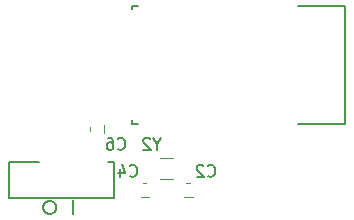
<source format=gbo>
G04 #@! TF.FileFunction,Legend,Bot*
%FSLAX46Y46*%
G04 Gerber Fmt 4.6, Leading zero omitted, Abs format (unit mm)*
G04 Created by KiCad (PCBNEW 4.0.7) date 06/20/18 00:03:06*
%MOMM*%
%LPD*%
G01*
G04 APERTURE LIST*
%ADD10C,0.100000*%
%ADD11C,0.200000*%
%ADD12C,0.120000*%
%ADD13C,0.150000*%
%ADD14R,1.150000X1.600000*%
%ADD15C,2.300000*%
%ADD16C,1.600000*%
%ADD17C,3.000000*%
%ADD18C,2.400000*%
%ADD19C,4.387800*%
%ADD20C,2.101800*%
%ADD21R,1.600000X1.150000*%
%ADD22R,1.400000X2.200000*%
%ADD23O,15.400000X8.900000*%
%ADD24C,2.400000*%
%ADD25C,2.100000*%
%ADD26O,2.100000X2.100000*%
%ADD27R,2.100000X2.100000*%
%ADD28C,5.400000*%
%ADD29O,1.950000X1.050000*%
%ADD30R,0.800000X1.800000*%
%ADD31R,1.800000X0.800000*%
%ADD32C,1.300000*%
%ADD33C,0.900000*%
G04 APERTURE END LIST*
D10*
D11*
X112744001Y-128028571D02*
X112744001Y-126885714D01*
X110610667Y-126966667D02*
X110877334Y-126966667D01*
X111144001Y-127100000D01*
X111277334Y-127366667D01*
X111277334Y-127633333D01*
X111144001Y-127900000D01*
X110877334Y-128033333D01*
X110610667Y-128033333D01*
X110344001Y-127900000D01*
X110210667Y-127633333D01*
X110210667Y-127366667D01*
X110344001Y-127100000D01*
X110610667Y-126966667D01*
D12*
X114144000Y-120554000D02*
X114144000Y-121254000D01*
X115344000Y-121254000D02*
X115344000Y-120554000D01*
X122141500Y-126647500D02*
X122841500Y-126647500D01*
X122841500Y-125447500D02*
X122141500Y-125447500D01*
X119158500Y-125447500D02*
X118458500Y-125447500D01*
X118458500Y-126647500D02*
X119158500Y-126647500D01*
X119975000Y-123331000D02*
X121325000Y-123331000D01*
X119975000Y-125081000D02*
X121325000Y-125081000D01*
D13*
X107319000Y-123700000D02*
X109819000Y-123700000D01*
X115669000Y-123700000D02*
X116169000Y-123700000D01*
X107319000Y-126700000D02*
X107319000Y-123700000D01*
X116169000Y-126700000D02*
X116169000Y-123700000D01*
X107319000Y-126700000D02*
X116169000Y-126700000D01*
X117746000Y-110743000D02*
X117746000Y-110443000D01*
X118246000Y-120443000D02*
X117746000Y-120443000D01*
X117746000Y-110443000D02*
X118246000Y-110443000D01*
X135746000Y-120443000D02*
X131746000Y-120443000D01*
X117746000Y-120443000D02*
X117746000Y-120143000D01*
X131746000Y-110443000D02*
X135746000Y-110443000D01*
X135746000Y-110443000D02*
X135746000Y-120443000D01*
X116498666Y-122531143D02*
X116546285Y-122578762D01*
X116689142Y-122626381D01*
X116784380Y-122626381D01*
X116927238Y-122578762D01*
X117022476Y-122483524D01*
X117070095Y-122388286D01*
X117117714Y-122197810D01*
X117117714Y-122054952D01*
X117070095Y-121864476D01*
X117022476Y-121769238D01*
X116927238Y-121674000D01*
X116784380Y-121626381D01*
X116689142Y-121626381D01*
X116546285Y-121674000D01*
X116498666Y-121721619D01*
X115641523Y-121626381D02*
X115832000Y-121626381D01*
X115927238Y-121674000D01*
X115974857Y-121721619D01*
X116070095Y-121864476D01*
X116117714Y-122054952D01*
X116117714Y-122435905D01*
X116070095Y-122531143D01*
X116022476Y-122578762D01*
X115927238Y-122626381D01*
X115736761Y-122626381D01*
X115641523Y-122578762D01*
X115593904Y-122531143D01*
X115546285Y-122435905D01*
X115546285Y-122197810D01*
X115593904Y-122102571D01*
X115641523Y-122054952D01*
X115736761Y-122007333D01*
X115927238Y-122007333D01*
X116022476Y-122054952D01*
X116070095Y-122102571D01*
X116117714Y-122197810D01*
X124118666Y-124817143D02*
X124166285Y-124864762D01*
X124309142Y-124912381D01*
X124404380Y-124912381D01*
X124547238Y-124864762D01*
X124642476Y-124769524D01*
X124690095Y-124674286D01*
X124737714Y-124483810D01*
X124737714Y-124340952D01*
X124690095Y-124150476D01*
X124642476Y-124055238D01*
X124547238Y-123960000D01*
X124404380Y-123912381D01*
X124309142Y-123912381D01*
X124166285Y-123960000D01*
X124118666Y-124007619D01*
X123737714Y-124007619D02*
X123690095Y-123960000D01*
X123594857Y-123912381D01*
X123356761Y-123912381D01*
X123261523Y-123960000D01*
X123213904Y-124007619D01*
X123166285Y-124102857D01*
X123166285Y-124198095D01*
X123213904Y-124340952D01*
X123785333Y-124912381D01*
X123166285Y-124912381D01*
X117514666Y-124817143D02*
X117562285Y-124864762D01*
X117705142Y-124912381D01*
X117800380Y-124912381D01*
X117943238Y-124864762D01*
X118038476Y-124769524D01*
X118086095Y-124674286D01*
X118133714Y-124483810D01*
X118133714Y-124340952D01*
X118086095Y-124150476D01*
X118038476Y-124055238D01*
X117943238Y-123960000D01*
X117800380Y-123912381D01*
X117705142Y-123912381D01*
X117562285Y-123960000D01*
X117514666Y-124007619D01*
X116657523Y-124245714D02*
X116657523Y-124912381D01*
X116895619Y-123864762D02*
X117133714Y-124579048D01*
X116514666Y-124579048D01*
X119856191Y-122150190D02*
X119856191Y-122626381D01*
X120189524Y-121626381D02*
X119856191Y-122150190D01*
X119522857Y-121626381D01*
X119237143Y-121721619D02*
X119189524Y-121674000D01*
X119094286Y-121626381D01*
X118856190Y-121626381D01*
X118760952Y-121674000D01*
X118713333Y-121721619D01*
X118665714Y-121816857D01*
X118665714Y-121912095D01*
X118713333Y-122054952D01*
X119284762Y-122626381D01*
X118665714Y-122626381D01*
%LPC*%
D14*
X114744000Y-119954000D03*
X114744000Y-121854000D03*
D15*
X128866000Y-92710000D03*
X139866000Y-92710000D03*
D16*
X129146000Y-88510000D03*
X139586000Y-88510000D03*
D17*
X139366000Y-96510000D03*
X129366000Y-96510000D03*
X134366000Y-98610000D03*
D18*
X131629371Y-88001206D02*
X130752629Y-89798794D01*
D17*
X138176000Y-90170000D03*
X136906000Y-87630000D03*
X131826000Y-87630000D03*
D19*
X134366000Y-92710000D03*
D20*
X129286000Y-92710000D03*
X139446000Y-92710000D03*
D17*
X130556000Y-90170000D03*
D18*
X137102629Y-88001206D02*
X137979371Y-89798794D01*
D15*
X128866000Y-54610000D03*
X139866000Y-54610000D03*
D16*
X129146000Y-50410000D03*
X139586000Y-50410000D03*
D17*
X139366000Y-58410000D03*
X129366000Y-58410000D03*
X134366000Y-60510000D03*
D18*
X131629371Y-49901206D02*
X130752629Y-51698794D01*
D17*
X138176000Y-52070000D03*
X136906000Y-49530000D03*
X131826000Y-49530000D03*
D19*
X134366000Y-54610000D03*
D20*
X129286000Y-54610000D03*
X139446000Y-54610000D03*
D17*
X130556000Y-52070000D03*
D18*
X137102629Y-49901206D02*
X137979371Y-51698794D01*
D15*
X109816000Y-56997600D03*
X120816000Y-56997600D03*
D16*
X110096000Y-52797600D03*
X120536000Y-52797600D03*
D17*
X120316000Y-60797600D03*
X110316000Y-60797600D03*
X115316000Y-62897600D03*
D18*
X112579371Y-52288806D02*
X111702629Y-54086394D01*
D17*
X119126000Y-54457600D03*
X117856000Y-51917600D03*
X112776000Y-51917600D03*
D19*
X115316000Y-56997600D03*
D20*
X110236000Y-56997600D03*
X120396000Y-56997600D03*
D17*
X111506000Y-54457600D03*
D18*
X118052629Y-52288806D02*
X118929371Y-54086394D01*
D15*
X71716000Y-61747400D03*
X82716000Y-61747400D03*
D16*
X71996000Y-57547400D03*
X82436000Y-57547400D03*
D17*
X82216000Y-65547400D03*
X72216000Y-65547400D03*
X77216000Y-67647400D03*
D18*
X74479371Y-57038606D02*
X73602629Y-58836194D01*
D17*
X81026000Y-59207400D03*
X79756000Y-56667400D03*
X74676000Y-56667400D03*
D19*
X77216000Y-61747400D03*
D20*
X72136000Y-61747400D03*
X82296000Y-61747400D03*
D17*
X73406000Y-59207400D03*
D18*
X79952629Y-57038606D02*
X80829371Y-58836194D01*
D15*
X90766000Y-99847400D03*
X101766000Y-99847400D03*
D16*
X91046000Y-95647400D03*
X101486000Y-95647400D03*
D17*
X101266000Y-103647400D03*
X91266000Y-103647400D03*
X96266000Y-105747400D03*
D18*
X93529371Y-95138606D02*
X92652629Y-96936194D01*
D17*
X100076000Y-97307400D03*
X98806000Y-94767400D03*
X93726000Y-94767400D03*
D19*
X96266000Y-99847400D03*
D20*
X91186000Y-99847400D03*
X101346000Y-99847400D03*
D17*
X92456000Y-97307400D03*
D18*
X99002629Y-95138606D02*
X99879371Y-96936194D01*
D15*
X139554929Y-119002243D03*
X150513071Y-119960957D03*
D16*
X140199918Y-114842629D03*
X150600190Y-115752535D03*
D17*
X149683782Y-123702919D03*
X139721835Y-122831361D03*
X144519781Y-125359149D03*
D18*
X142718183Y-114552212D02*
X141688107Y-116266546D01*
D17*
X149050877Y-117283329D03*
X148007086Y-114642307D03*
X142946417Y-114199555D03*
D19*
X145034000Y-119481600D03*
D20*
X139973331Y-119038849D03*
X150094669Y-119924351D03*
D17*
X141459874Y-116619202D03*
D18*
X148170614Y-115029238D02*
X148887350Y-116896398D01*
D21*
X121541500Y-126047500D03*
X123441500Y-126047500D03*
X119758500Y-126047500D03*
X117858500Y-126047500D03*
D22*
X121900000Y-124206000D03*
X119400000Y-124206000D03*
D15*
X185316889Y-129120309D03*
X189079111Y-118783691D03*
D16*
X181465946Y-127420711D03*
X185036636Y-117610320D03*
D17*
X192478933Y-120553213D03*
X189058731Y-129950140D03*
X192742186Y-125969919D03*
D18*
X181837199Y-124913087D02*
X183226515Y-126351767D01*
D17*
X186114277Y-119503040D03*
X183293093Y-119827718D03*
X181555630Y-124601357D03*
D19*
X187198000Y-123952000D03*
D20*
X185460538Y-128725639D03*
X188935462Y-119178361D03*
D17*
X183508084Y-126663498D03*
D18*
X183709163Y-119769907D02*
X185698207Y-119560851D01*
D15*
X160238372Y-121440782D03*
X170977628Y-123821618D03*
D16*
X161420781Y-117400942D03*
X171613312Y-119660572D03*
D17*
X169667010Y-127423323D03*
X159904049Y-125258927D03*
X164331006Y-128391346D03*
D18*
X163955410Y-117441708D02*
X162710380Y-119006924D01*
D17*
X169877444Y-120976043D03*
X169187305Y-118221373D03*
X164227721Y-117121860D03*
D19*
X165608000Y-122631200D03*
D20*
X160648416Y-121531687D03*
X170567584Y-123730713D03*
D17*
X162438069Y-119326773D03*
D18*
X169298930Y-118626338D02*
X169765820Y-120571078D01*
D15*
X186016000Y-90322400D03*
X197016000Y-90322400D03*
D16*
X186296000Y-86122400D03*
X196736000Y-86122400D03*
D17*
X196516000Y-94122400D03*
X186516000Y-94122400D03*
X191516000Y-96222400D03*
D18*
X188779371Y-85613606D02*
X187902629Y-87411194D01*
D17*
X195326000Y-87782400D03*
X194056000Y-85242400D03*
X188976000Y-85242400D03*
D19*
X191516000Y-90322400D03*
D20*
X186436000Y-90322400D03*
X196596000Y-90322400D03*
D17*
X187706000Y-87782400D03*
D18*
X194252629Y-85613606D02*
X195129371Y-87411194D01*
D15*
X186016000Y-71272400D03*
X197016000Y-71272400D03*
D16*
X186296000Y-67072400D03*
X196736000Y-67072400D03*
D17*
X196516000Y-75072400D03*
X186516000Y-75072400D03*
X191516000Y-77172400D03*
D18*
X188779371Y-66563606D02*
X187902629Y-68361194D01*
D17*
X195326000Y-68732400D03*
X194056000Y-66192400D03*
X188976000Y-66192400D03*
D19*
X191516000Y-71272400D03*
D20*
X186436000Y-71272400D03*
X196596000Y-71272400D03*
D17*
X187706000Y-68732400D03*
D18*
X194252629Y-66563606D02*
X195129371Y-68361194D01*
D15*
X166966000Y-99847400D03*
X177966000Y-99847400D03*
D16*
X167246000Y-95647400D03*
X177686000Y-95647400D03*
D17*
X177466000Y-103647400D03*
X167466000Y-103647400D03*
X172466000Y-105747400D03*
D18*
X169729371Y-95138606D02*
X168852629Y-96936194D01*
D17*
X176276000Y-97307400D03*
X175006000Y-94767400D03*
X169926000Y-94767400D03*
D19*
X172466000Y-99847400D03*
D20*
X167386000Y-99847400D03*
X177546000Y-99847400D03*
D17*
X168656000Y-97307400D03*
D18*
X175202629Y-95138606D02*
X176079371Y-96936194D01*
D15*
X166966000Y-80797400D03*
X177966000Y-80797400D03*
D16*
X167246000Y-76597400D03*
X177686000Y-76597400D03*
D17*
X177466000Y-84597400D03*
X167466000Y-84597400D03*
X172466000Y-86697400D03*
D18*
X169729371Y-76088606D02*
X168852629Y-77886194D01*
D17*
X176276000Y-78257400D03*
X175006000Y-75717400D03*
X169926000Y-75717400D03*
D19*
X172466000Y-80797400D03*
D20*
X167386000Y-80797400D03*
X177546000Y-80797400D03*
D17*
X168656000Y-78257400D03*
D18*
X175202629Y-76088606D02*
X176079371Y-77886194D01*
D15*
X166966000Y-61747400D03*
X177966000Y-61747400D03*
D16*
X167246000Y-57547400D03*
X177686000Y-57547400D03*
D17*
X177466000Y-65547400D03*
X167466000Y-65547400D03*
X172466000Y-67647400D03*
D18*
X169729371Y-57038606D02*
X168852629Y-58836194D01*
D17*
X176276000Y-59207400D03*
X175006000Y-56667400D03*
X169926000Y-56667400D03*
D19*
X172466000Y-61747400D03*
D20*
X167386000Y-61747400D03*
X177546000Y-61747400D03*
D17*
X168656000Y-59207400D03*
D18*
X175202629Y-57038606D02*
X176079371Y-58836194D01*
D15*
X147916000Y-97485200D03*
X158916000Y-97485200D03*
D16*
X148196000Y-93285200D03*
X158636000Y-93285200D03*
D17*
X158416000Y-101285200D03*
X148416000Y-101285200D03*
X153416000Y-103385200D03*
D18*
X150679371Y-92776406D02*
X149802629Y-94573994D01*
D17*
X157226000Y-94945200D03*
X155956000Y-92405200D03*
X150876000Y-92405200D03*
D19*
X153416000Y-97485200D03*
D20*
X148336000Y-97485200D03*
X158496000Y-97485200D03*
D17*
X149606000Y-94945200D03*
D18*
X156152629Y-92776406D02*
X157029371Y-94573994D01*
D15*
X147916000Y-78435200D03*
X158916000Y-78435200D03*
D16*
X148196000Y-74235200D03*
X158636000Y-74235200D03*
D17*
X158416000Y-82235200D03*
X148416000Y-82235200D03*
X153416000Y-84335200D03*
D18*
X150679371Y-73726406D02*
X149802629Y-75523994D01*
D17*
X157226000Y-75895200D03*
X155956000Y-73355200D03*
X150876000Y-73355200D03*
D19*
X153416000Y-78435200D03*
D20*
X148336000Y-78435200D03*
X158496000Y-78435200D03*
D17*
X149606000Y-75895200D03*
D18*
X156152629Y-73726406D02*
X157029371Y-75523994D01*
D15*
X147916000Y-59385200D03*
X158916000Y-59385200D03*
D16*
X148196000Y-55185200D03*
X158636000Y-55185200D03*
D17*
X158416000Y-63185200D03*
X148416000Y-63185200D03*
X153416000Y-65285200D03*
D18*
X150679371Y-54676406D02*
X149802629Y-56473994D01*
D17*
X157226000Y-56845200D03*
X155956000Y-54305200D03*
X150876000Y-54305200D03*
D19*
X153416000Y-59385200D03*
D20*
X148336000Y-59385200D03*
X158496000Y-59385200D03*
D17*
X149606000Y-56845200D03*
D18*
X156152629Y-54676406D02*
X157029371Y-56473994D01*
D15*
X128866000Y-73660000D03*
X139866000Y-73660000D03*
D16*
X129146000Y-69460000D03*
X139586000Y-69460000D03*
D17*
X139366000Y-77460000D03*
X129366000Y-77460000D03*
X134366000Y-79560000D03*
D18*
X131629371Y-68951206D02*
X130752629Y-70748794D01*
D17*
X138176000Y-71120000D03*
X136906000Y-68580000D03*
X131826000Y-68580000D03*
D19*
X134366000Y-73660000D03*
D20*
X129286000Y-73660000D03*
X139446000Y-73660000D03*
D17*
X130556000Y-71120000D03*
D18*
X137102629Y-68951206D02*
X137979371Y-70748794D01*
D15*
X109816000Y-95097600D03*
X120816000Y-95097600D03*
D16*
X110096000Y-90897600D03*
X120536000Y-90897600D03*
D17*
X120316000Y-98897600D03*
X110316000Y-98897600D03*
X115316000Y-100997600D03*
D18*
X112579371Y-90388806D02*
X111702629Y-92186394D01*
D17*
X119126000Y-92557600D03*
X117856000Y-90017600D03*
X112776000Y-90017600D03*
D19*
X115316000Y-95097600D03*
D20*
X110236000Y-95097600D03*
X120396000Y-95097600D03*
D17*
X111506000Y-92557600D03*
D18*
X118052629Y-90388806D02*
X118929371Y-92186394D01*
D15*
X109816000Y-76047600D03*
X120816000Y-76047600D03*
D16*
X110096000Y-71847600D03*
X120536000Y-71847600D03*
D17*
X120316000Y-79847600D03*
X110316000Y-79847600D03*
X115316000Y-81947600D03*
D18*
X112579371Y-71338806D02*
X111702629Y-73136394D01*
D17*
X119126000Y-73507600D03*
X117856000Y-70967600D03*
X112776000Y-70967600D03*
D19*
X115316000Y-76047600D03*
D20*
X110236000Y-76047600D03*
X120396000Y-76047600D03*
D17*
X111506000Y-73507600D03*
D18*
X118052629Y-71338806D02*
X118929371Y-73136394D01*
D15*
X90766000Y-80797400D03*
X101766000Y-80797400D03*
D16*
X91046000Y-76597400D03*
X101486000Y-76597400D03*
D17*
X101266000Y-84597400D03*
X91266000Y-84597400D03*
X96266000Y-86697400D03*
D18*
X93529371Y-76088606D02*
X92652629Y-77886194D01*
D17*
X100076000Y-78257400D03*
X98806000Y-75717400D03*
X93726000Y-75717400D03*
D19*
X96266000Y-80797400D03*
D20*
X91186000Y-80797400D03*
X101346000Y-80797400D03*
D17*
X92456000Y-78257400D03*
D18*
X99002629Y-76088606D02*
X99879371Y-77886194D01*
D15*
X90766000Y-61747400D03*
X101766000Y-61747400D03*
D16*
X91046000Y-57547400D03*
X101486000Y-57547400D03*
D17*
X101266000Y-65547400D03*
X91266000Y-65547400D03*
X96266000Y-67647400D03*
D18*
X93529371Y-57038606D02*
X92652629Y-58836194D01*
D17*
X100076000Y-59207400D03*
X98806000Y-56667400D03*
X93726000Y-56667400D03*
D19*
X96266000Y-61747400D03*
D20*
X91186000Y-61747400D03*
X101346000Y-61747400D03*
D17*
X92456000Y-59207400D03*
D18*
X99002629Y-57038606D02*
X99879371Y-58836194D01*
D15*
X71716000Y-99847400D03*
X82716000Y-99847400D03*
D16*
X71996000Y-95647400D03*
X82436000Y-95647400D03*
D17*
X82216000Y-103647400D03*
X72216000Y-103647400D03*
X77216000Y-105747400D03*
D18*
X74479371Y-95138606D02*
X73602629Y-96936194D01*
D17*
X81026000Y-97307400D03*
X79756000Y-94767400D03*
X74676000Y-94767400D03*
D19*
X77216000Y-99847400D03*
D20*
X72136000Y-99847400D03*
X82296000Y-99847400D03*
D17*
X73406000Y-97307400D03*
D18*
X79952629Y-95138606D02*
X80829371Y-96936194D01*
D15*
X71716000Y-80797400D03*
X82716000Y-80797400D03*
D16*
X71996000Y-76597400D03*
X82436000Y-76597400D03*
D17*
X82216000Y-84597400D03*
X72216000Y-84597400D03*
X77216000Y-86697400D03*
D18*
X74479371Y-76088606D02*
X73602629Y-77886194D01*
D17*
X81026000Y-78257400D03*
X79756000Y-75717400D03*
X74676000Y-75717400D03*
D19*
X77216000Y-80797400D03*
D20*
X72136000Y-80797400D03*
X82296000Y-80797400D03*
D17*
X73406000Y-78257400D03*
D18*
X79952629Y-76088606D02*
X80829371Y-77886194D01*
D23*
X86741000Y-117856000D03*
D24*
X94519000Y-125634000D03*
D25*
X105664000Y-118389400D03*
D26*
X103124000Y-118389400D03*
X100584000Y-118389400D03*
D27*
X98044000Y-118389400D03*
D28*
X86741000Y-71247000D03*
X86741000Y-90297000D03*
X143891000Y-66802000D03*
X183007000Y-79629000D03*
X183134000Y-111760000D03*
D29*
X112577000Y-120904000D03*
X109927000Y-119954000D03*
X109927000Y-121854000D03*
D16*
X110744000Y-124500000D03*
X114744000Y-124500000D03*
X112744000Y-124500000D03*
D30*
X130746000Y-120043000D03*
X130046000Y-120043000D03*
X125846000Y-120043000D03*
X125146000Y-120043000D03*
X124446000Y-120043000D03*
X123746000Y-120043000D03*
X123046000Y-120043000D03*
X122346000Y-120043000D03*
X121646000Y-120043000D03*
X120946000Y-120043000D03*
X120246000Y-120043000D03*
X119546000Y-120043000D03*
D31*
X118146000Y-119643000D03*
X118146000Y-118943000D03*
X118146000Y-117543000D03*
X118146000Y-116843000D03*
X118146000Y-116143000D03*
X118146000Y-115443000D03*
X118146000Y-114743000D03*
X118146000Y-114043000D03*
X118146000Y-113343000D03*
X118146000Y-112643000D03*
X118146000Y-111943000D03*
X118146000Y-111243000D03*
D30*
X119546000Y-110843000D03*
X120246000Y-110843000D03*
X120946000Y-110843000D03*
X121646000Y-110843000D03*
X122346000Y-110843000D03*
X123046000Y-110843000D03*
X123746000Y-110843000D03*
X124446000Y-110843000D03*
X125146000Y-110843000D03*
X125846000Y-110843000D03*
X126546000Y-110843000D03*
X127246000Y-110843000D03*
X127946000Y-110843000D03*
X128646000Y-110843000D03*
X129346000Y-110843000D03*
X130046000Y-110843000D03*
X130746000Y-110843000D03*
D32*
X130750000Y-112390000D03*
X122834400Y-114909600D03*
X130750000Y-121760000D03*
X117740000Y-121290000D03*
X114750000Y-118650000D03*
X115824000Y-111252000D03*
D33*
X125850000Y-115340000D03*
X125840000Y-109490000D03*
X126560000Y-115900000D03*
X126550000Y-109490000D03*
X119496000Y-116148000D03*
X119496000Y-113338000D03*
X125150000Y-112200000D03*
X119496000Y-116848000D03*
X118710000Y-110440000D03*
X127250000Y-115350000D03*
X119496000Y-117548000D03*
X120250000Y-112100000D03*
X122346000Y-118698000D03*
X119496000Y-115448000D03*
X122346000Y-112198000D03*
X127950000Y-115900000D03*
X119496000Y-114038000D03*
X123050000Y-112200000D03*
X128650000Y-115350000D03*
X125146000Y-118698000D03*
X119496000Y-114748000D03*
X123750000Y-112200000D03*
X129350000Y-115900000D03*
X124446000Y-118698000D03*
X124450000Y-112200000D03*
X123046000Y-118698000D03*
X123746000Y-118698000D03*
M02*

</source>
